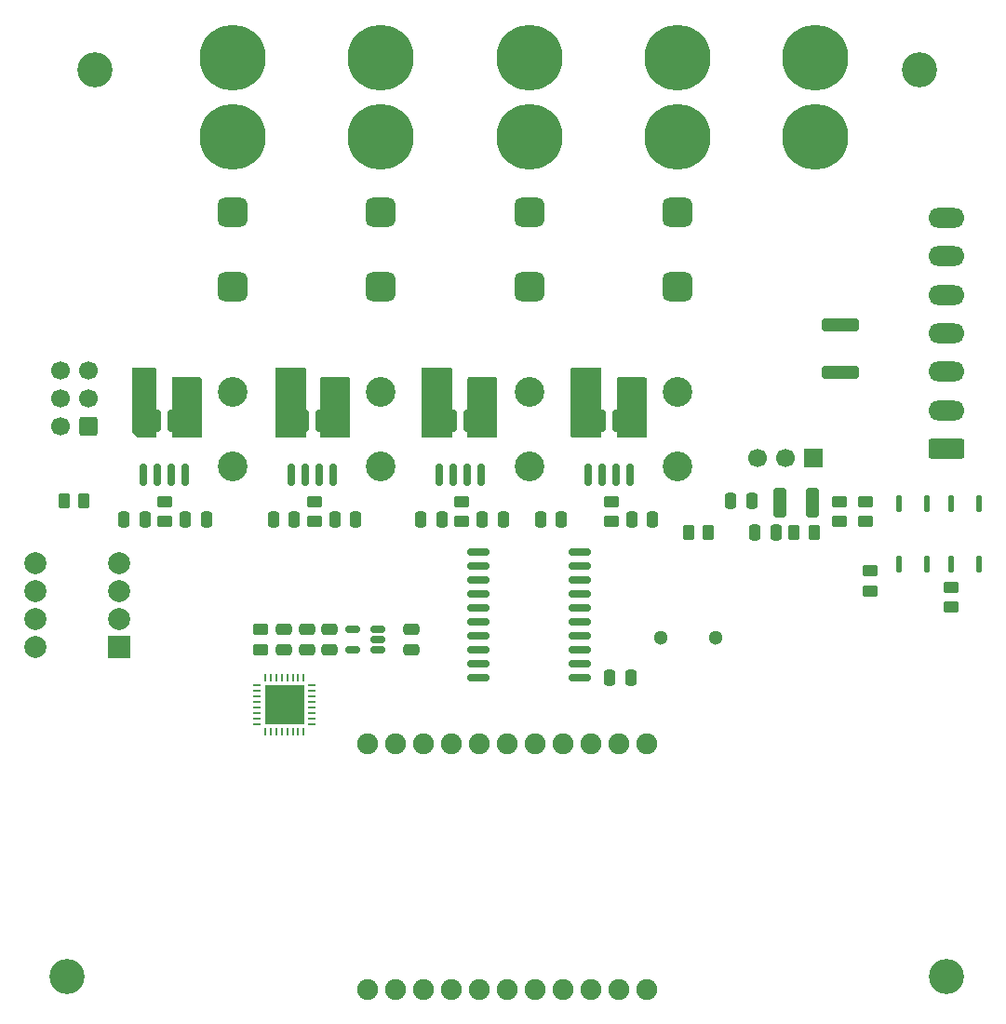
<source format=gts>
%TF.GenerationSoftware,KiCad,Pcbnew,8.0.1*%
%TF.CreationDate,2024-04-25T22:53:37+02:00*%
%TF.ProjectId,xt60_parallelizer,78743630-5f70-4617-9261-6c6c656c697a,rev?*%
%TF.SameCoordinates,Original*%
%TF.FileFunction,Soldermask,Top*%
%TF.FilePolarity,Negative*%
%FSLAX46Y46*%
G04 Gerber Fmt 4.6, Leading zero omitted, Abs format (unit mm)*
G04 Created by KiCad (PCBNEW 8.0.1) date 2024-04-25 22:53:37*
%MOMM*%
%LPD*%
G01*
G04 APERTURE LIST*
G04 Aperture macros list*
%AMRoundRect*
0 Rectangle with rounded corners*
0 $1 Rounding radius*
0 $2 $3 $4 $5 $6 $7 $8 $9 X,Y pos of 4 corners*
0 Add a 4 corners polygon primitive as box body*
4,1,4,$2,$3,$4,$5,$6,$7,$8,$9,$2,$3,0*
0 Add four circle primitives for the rounded corners*
1,1,$1+$1,$2,$3*
1,1,$1+$1,$4,$5*
1,1,$1+$1,$6,$7*
1,1,$1+$1,$8,$9*
0 Add four rect primitives between the rounded corners*
20,1,$1+$1,$2,$3,$4,$5,0*
20,1,$1+$1,$4,$5,$6,$7,0*
20,1,$1+$1,$6,$7,$8,$9,0*
20,1,$1+$1,$8,$9,$2,$3,0*%
G04 Aperture macros list end*
%ADD10C,1.900000*%
%ADD11C,3.200000*%
%ADD12C,6.000000*%
%ADD13RoundRect,0.250000X0.600000X0.600000X-0.600000X0.600000X-0.600000X-0.600000X0.600000X-0.600000X0*%
%ADD14C,1.700000*%
%ADD15RoundRect,0.137500X0.137500X-0.587500X0.137500X0.587500X-0.137500X0.587500X-0.137500X-0.587500X0*%
%ADD16RoundRect,0.250000X0.475000X-0.250000X0.475000X0.250000X-0.475000X0.250000X-0.475000X-0.250000X0*%
%ADD17RoundRect,0.250000X0.250000X0.475000X-0.250000X0.475000X-0.250000X-0.475000X0.250000X-0.475000X0*%
%ADD18RoundRect,0.250000X1.450000X-0.312500X1.450000X0.312500X-1.450000X0.312500X-1.450000X-0.312500X0*%
%ADD19RoundRect,0.675000X-0.675000X0.675000X-0.675000X-0.675000X0.675000X-0.675000X0.675000X0.675000X0*%
%ADD20C,2.700000*%
%ADD21RoundRect,0.250000X0.325000X1.100000X-0.325000X1.100000X-0.325000X-1.100000X0.325000X-1.100000X0*%
%ADD22RoundRect,0.250000X-0.250000X-0.475000X0.250000X-0.475000X0.250000X0.475000X-0.250000X0.475000X0*%
%ADD23R,1.700000X1.700000*%
%ADD24RoundRect,0.150000X0.512500X0.150000X-0.512500X0.150000X-0.512500X-0.150000X0.512500X-0.150000X0*%
%ADD25RoundRect,0.250000X-0.262500X-0.450000X0.262500X-0.450000X0.262500X0.450000X-0.262500X0.450000X0*%
%ADD26RoundRect,0.250000X0.262500X0.450000X-0.262500X0.450000X-0.262500X-0.450000X0.262500X-0.450000X0*%
%ADD27RoundRect,0.150000X0.875000X0.150000X-0.875000X0.150000X-0.875000X-0.150000X0.875000X-0.150000X0*%
%ADD28RoundRect,0.150000X-0.150000X0.825000X-0.150000X-0.825000X0.150000X-0.825000X0.150000X0.825000X0*%
%ADD29RoundRect,0.250000X-0.450000X0.262500X-0.450000X-0.262500X0.450000X-0.262500X0.450000X0.262500X0*%
%ADD30RoundRect,0.250000X0.450000X-0.262500X0.450000X0.262500X-0.450000X0.262500X-0.450000X-0.262500X0*%
%ADD31RoundRect,0.062500X-0.062500X0.312500X-0.062500X-0.312500X0.062500X-0.312500X0.062500X0.312500X0*%
%ADD32RoundRect,0.062500X-0.312500X0.062500X-0.312500X-0.062500X0.312500X-0.062500X0.312500X0.062500X0*%
%ADD33R,3.650000X3.650000*%
%ADD34C,1.300000*%
%ADD35RoundRect,0.250000X1.400000X-0.650000X1.400000X0.650000X-1.400000X0.650000X-1.400000X-0.650000X0*%
%ADD36O,3.300000X1.800000*%
%ADD37R,2.000000X2.000000*%
%ADD38C,2.000000*%
G04 APERTURE END LIST*
D10*
%TO.C,U11*%
X132300000Y-141150000D03*
X134840000Y-141150000D03*
X137380000Y-141150000D03*
X139920000Y-141150000D03*
X142460000Y-141150000D03*
X145000000Y-141150000D03*
X147540000Y-141150000D03*
X150080000Y-141150000D03*
X152620000Y-141150000D03*
X155160000Y-141150000D03*
X157700000Y-141150000D03*
X157700000Y-118850000D03*
X155160000Y-118850000D03*
X152620000Y-118850000D03*
X150080000Y-118850000D03*
X147540000Y-118850000D03*
X145000000Y-118850000D03*
X142460000Y-118850000D03*
X139920000Y-118850000D03*
X137380000Y-118850000D03*
X134840000Y-118850000D03*
X132300000Y-118850000D03*
%TD*%
D11*
%TO.C,H3*%
X105000000Y-140000000D03*
%TD*%
D12*
%TO.C,BT1*%
X120000000Y-63600000D03*
X120000000Y-56400000D03*
%TD*%
D13*
%TO.C,J2*%
X106940000Y-89980000D03*
D14*
X104400000Y-89980000D03*
X106940000Y-87440000D03*
X104400000Y-87440000D03*
X106940000Y-84900000D03*
X104400000Y-84900000D03*
%TD*%
D15*
%TO.C,U6*%
X185430000Y-102500000D03*
X187970000Y-102500000D03*
X187970000Y-97000000D03*
X185430000Y-97000000D03*
%TD*%
D16*
%TO.C,C12*%
X128867500Y-110300000D03*
X128867500Y-108400000D03*
%TD*%
D17*
%TO.C,C10*%
X149950000Y-98400000D03*
X148050000Y-98400000D03*
%TD*%
D18*
%TO.C,F5*%
X175300000Y-85037500D03*
X175300000Y-80762500D03*
%TD*%
D19*
%TO.C,F4*%
X160500000Y-70500000D03*
X160500000Y-77260000D03*
D20*
X160500000Y-86850000D03*
X160500000Y-93610000D03*
%TD*%
D21*
%TO.C,C5*%
X172775000Y-96900000D03*
X169825000Y-96900000D03*
%TD*%
D12*
%TO.C,BT2*%
X133500000Y-63600000D03*
X133500000Y-56400000D03*
%TD*%
D22*
%TO.C,C4*%
X156350000Y-98400000D03*
X158250000Y-98400000D03*
%TD*%
D12*
%TO.C,BT3*%
X147000000Y-63600000D03*
X147000000Y-56400000D03*
%TD*%
%TO.C,BT4*%
X160500000Y-63600000D03*
X160500000Y-56400000D03*
%TD*%
D15*
%TO.C,U7*%
X180630000Y-102500000D03*
X183170000Y-102500000D03*
X183170000Y-97000000D03*
X180630000Y-97000000D03*
%TD*%
D19*
%TO.C,F3*%
X147000000Y-70500000D03*
X147000000Y-77260000D03*
D20*
X147000000Y-86850000D03*
X147000000Y-93610000D03*
%TD*%
D11*
%TO.C,H2*%
X182500000Y-57500000D03*
%TD*%
D23*
%TO.C,U5*%
X172840000Y-92850000D03*
D14*
X170300000Y-92850000D03*
X167760000Y-92850000D03*
%TD*%
D24*
%TO.C,U8*%
X133205000Y-110300000D03*
X133205000Y-109350000D03*
X133205000Y-108400000D03*
X130930000Y-108400000D03*
X130930000Y-110300000D03*
%TD*%
D17*
%TO.C,C9*%
X139050000Y-98400000D03*
X137150000Y-98400000D03*
%TD*%
D11*
%TO.C,H1*%
X107500000Y-57500000D03*
%TD*%
D12*
%TO.C,J3*%
X173000000Y-63600000D03*
X173000000Y-56400000D03*
%TD*%
D22*
%TO.C,C1*%
X115745000Y-98400000D03*
X117645000Y-98400000D03*
%TD*%
D16*
%TO.C,C11*%
X124667500Y-110300000D03*
X124667500Y-108400000D03*
%TD*%
D25*
%TO.C,R12*%
X104687500Y-96700000D03*
X106512500Y-96700000D03*
%TD*%
D26*
%TO.C,R11*%
X172912500Y-99600000D03*
X171087500Y-99600000D03*
%TD*%
D27*
%TO.C,U10*%
X151650000Y-112815000D03*
X151650000Y-111545000D03*
X151650000Y-110275000D03*
X151650000Y-109005000D03*
X151650000Y-107735000D03*
X151650000Y-106465000D03*
X151650000Y-105195000D03*
X151650000Y-103925000D03*
X151650000Y-102655000D03*
X151650000Y-101385000D03*
X142350000Y-101385000D03*
X142350000Y-102655000D03*
X142350000Y-103925000D03*
X142350000Y-105195000D03*
X142350000Y-106465000D03*
X142350000Y-107735000D03*
X142350000Y-109005000D03*
X142350000Y-110275000D03*
X142350000Y-111545000D03*
X142350000Y-112815000D03*
%TD*%
D28*
%TO.C,U4*%
X156205000Y-89425000D03*
X154935000Y-89425000D03*
X153665000Y-89425000D03*
X152395000Y-89425000D03*
X152395000Y-94375000D03*
X153665000Y-94375000D03*
X154935000Y-94375000D03*
X156205000Y-94375000D03*
%TD*%
D29*
%TO.C,R3*%
X175200000Y-96787500D03*
X175200000Y-98612500D03*
%TD*%
D30*
%TO.C,R6*%
X127500000Y-98612500D03*
X127500000Y-96787500D03*
%TD*%
D16*
%TO.C,C15*%
X136267500Y-110300000D03*
X136267500Y-108400000D03*
%TD*%
D17*
%TO.C,C7*%
X112045000Y-98400000D03*
X110145000Y-98400000D03*
%TD*%
D30*
%TO.C,R7*%
X140900000Y-98612500D03*
X140900000Y-96787500D03*
%TD*%
D28*
%TO.C,U2*%
X129205000Y-89425000D03*
X127935000Y-89425000D03*
X126665000Y-89425000D03*
X125395000Y-89425000D03*
X125395000Y-94375000D03*
X126665000Y-94375000D03*
X127935000Y-94375000D03*
X129205000Y-94375000D03*
%TD*%
D31*
%TO.C,U9*%
X126500000Y-112800000D03*
X126000000Y-112800000D03*
X125500000Y-112800000D03*
X125000000Y-112800000D03*
X124500000Y-112800000D03*
X124000000Y-112800000D03*
X123500000Y-112800000D03*
X123000000Y-112800000D03*
D32*
X122275000Y-113525000D03*
X122275000Y-114025000D03*
X122275000Y-114525000D03*
X122275000Y-115025000D03*
X122275000Y-115525000D03*
X122275000Y-116025000D03*
X122275000Y-116525000D03*
X122275000Y-117025000D03*
D31*
X123000000Y-117750000D03*
X123500000Y-117750000D03*
X124000000Y-117750000D03*
X124500000Y-117750000D03*
X125000000Y-117750000D03*
X125500000Y-117750000D03*
X126000000Y-117750000D03*
X126500000Y-117750000D03*
D32*
X127225000Y-117025000D03*
X127225000Y-116525000D03*
X127225000Y-116025000D03*
X127225000Y-115525000D03*
X127225000Y-115025000D03*
X127225000Y-114525000D03*
X127225000Y-114025000D03*
X127225000Y-113525000D03*
D33*
X124750000Y-115275000D03*
%TD*%
D30*
%TO.C,R1*%
X178000000Y-104912500D03*
X178000000Y-103087500D03*
%TD*%
D28*
%TO.C,U3*%
X142605000Y-89425000D03*
X141335000Y-89425000D03*
X140065000Y-89425000D03*
X138795000Y-89425000D03*
X138795000Y-94375000D03*
X140065000Y-94375000D03*
X141335000Y-94375000D03*
X142605000Y-94375000D03*
%TD*%
D29*
%TO.C,R4*%
X177600000Y-96787500D03*
X177600000Y-98612500D03*
%TD*%
D17*
%TO.C,C16*%
X169450000Y-99600000D03*
X167550000Y-99600000D03*
%TD*%
D16*
%TO.C,C13*%
X126767500Y-110300000D03*
X126767500Y-108400000D03*
%TD*%
D34*
%TO.C,BZ1*%
X159000000Y-109200000D03*
X164000000Y-109200000D03*
%TD*%
D22*
%TO.C,C3*%
X142750000Y-98400000D03*
X144650000Y-98400000D03*
%TD*%
D30*
%TO.C,R2*%
X185400000Y-106412500D03*
X185400000Y-104587500D03*
%TD*%
D26*
%TO.C,R10*%
X163312500Y-99600000D03*
X161487500Y-99600000D03*
%TD*%
D22*
%TO.C,C14*%
X154350000Y-112800000D03*
X156250000Y-112800000D03*
%TD*%
D19*
%TO.C,F2*%
X133500000Y-70500000D03*
X133500000Y-77260000D03*
D20*
X133500000Y-86850000D03*
X133500000Y-93610000D03*
%TD*%
D22*
%TO.C,C2*%
X129350000Y-98400000D03*
X131250000Y-98400000D03*
%TD*%
D19*
%TO.C,F1*%
X120000000Y-70500000D03*
X120000000Y-77260000D03*
D20*
X120000000Y-86850000D03*
X120000000Y-93610000D03*
%TD*%
D28*
%TO.C,U1*%
X115700000Y-89425000D03*
X114430000Y-89425000D03*
X113160000Y-89425000D03*
X111890000Y-89425000D03*
X111890000Y-94375000D03*
X113160000Y-94375000D03*
X114430000Y-94375000D03*
X115700000Y-94375000D03*
%TD*%
D17*
%TO.C,C8*%
X125650000Y-98400000D03*
X123750000Y-98400000D03*
%TD*%
D29*
%TO.C,R9*%
X122567500Y-108437500D03*
X122567500Y-110262500D03*
%TD*%
D30*
%TO.C,R8*%
X154500000Y-98612500D03*
X154500000Y-96787500D03*
%TD*%
%TO.C,R5*%
X113895000Y-98612500D03*
X113895000Y-96787500D03*
%TD*%
D35*
%TO.C,J1*%
X185000000Y-92000000D03*
D36*
X185000000Y-88500000D03*
X185000000Y-85000000D03*
X185000000Y-81500000D03*
X185000000Y-78000000D03*
X185000000Y-74500000D03*
X185000000Y-71000000D03*
%TD*%
D37*
%TO.C,SW1*%
X109667500Y-110000000D03*
D38*
X109667500Y-107460000D03*
X109667500Y-104920000D03*
X109667500Y-102380000D03*
X102047500Y-102380000D03*
X102047500Y-104920000D03*
X102047500Y-107460000D03*
X102047500Y-110000000D03*
%TD*%
D22*
%TO.C,C6*%
X165350000Y-96700000D03*
X167250000Y-96700000D03*
%TD*%
D11*
%TO.C,H4*%
X185000000Y-140000000D03*
%TD*%
G36*
X117143039Y-85519685D02*
G01*
X117188794Y-85572489D01*
X117200000Y-85624000D01*
X117200000Y-90876000D01*
X117180315Y-90943039D01*
X117127511Y-90988794D01*
X117076000Y-91000000D01*
X114624000Y-91000000D01*
X114556961Y-90980315D01*
X114511206Y-90927511D01*
X114500000Y-90876000D01*
X114500000Y-85624000D01*
X114519685Y-85556961D01*
X114572489Y-85511206D01*
X114624000Y-85500000D01*
X117076000Y-85500000D01*
X117143039Y-85519685D01*
G37*
G36*
X130643039Y-85519685D02*
G01*
X130688794Y-85572489D01*
X130700000Y-85624000D01*
X130700000Y-90876000D01*
X130680315Y-90943039D01*
X130627511Y-90988794D01*
X130576000Y-91000000D01*
X128124000Y-91000000D01*
X128056961Y-90980315D01*
X128011206Y-90927511D01*
X128000000Y-90876000D01*
X128000000Y-85624000D01*
X128019685Y-85556961D01*
X128072489Y-85511206D01*
X128124000Y-85500000D01*
X130576000Y-85500000D01*
X130643039Y-85519685D01*
G37*
G36*
X126643039Y-84619685D02*
G01*
X126688794Y-84672489D01*
X126700000Y-84724000D01*
X126700000Y-90876000D01*
X126680315Y-90943039D01*
X126627511Y-90988794D01*
X126576000Y-91000000D01*
X124024000Y-91000000D01*
X123956961Y-90980315D01*
X123911206Y-90927511D01*
X123900000Y-90876000D01*
X123900000Y-84724000D01*
X123919685Y-84656961D01*
X123972489Y-84611206D01*
X124024000Y-84600000D01*
X126576000Y-84600000D01*
X126643039Y-84619685D01*
G37*
G36*
X113043039Y-84619685D02*
G01*
X113088794Y-84672489D01*
X113100000Y-84724000D01*
X113100000Y-90876000D01*
X113080315Y-90943039D01*
X113027511Y-90988794D01*
X112976000Y-91000000D01*
X111451362Y-91000000D01*
X111384323Y-90980315D01*
X111363681Y-90963681D01*
X110936319Y-90536319D01*
X110902834Y-90474996D01*
X110900000Y-90448638D01*
X110900000Y-84724000D01*
X110919685Y-84656961D01*
X110972489Y-84611206D01*
X111024000Y-84600000D01*
X112976000Y-84600000D01*
X113043039Y-84619685D01*
G37*
G36*
X157643039Y-85519685D02*
G01*
X157688794Y-85572489D01*
X157700000Y-85624000D01*
X157700000Y-90876000D01*
X157680315Y-90943039D01*
X157627511Y-90988794D01*
X157576000Y-91000000D01*
X155124000Y-91000000D01*
X155056961Y-90980315D01*
X155011206Y-90927511D01*
X155000000Y-90876000D01*
X155000000Y-85624000D01*
X155019685Y-85556961D01*
X155072489Y-85511206D01*
X155124000Y-85500000D01*
X157576000Y-85500000D01*
X157643039Y-85519685D01*
G37*
G36*
X144043039Y-85519685D02*
G01*
X144088794Y-85572489D01*
X144100000Y-85624000D01*
X144100000Y-90876000D01*
X144080315Y-90943039D01*
X144027511Y-90988794D01*
X143976000Y-91000000D01*
X141524000Y-91000000D01*
X141456961Y-90980315D01*
X141411206Y-90927511D01*
X141400000Y-90876000D01*
X141400000Y-85624000D01*
X141419685Y-85556961D01*
X141472489Y-85511206D01*
X141524000Y-85500000D01*
X143976000Y-85500000D01*
X144043039Y-85519685D01*
G37*
G36*
X139943039Y-84619685D02*
G01*
X139988794Y-84672489D01*
X140000000Y-84724000D01*
X140000000Y-90876000D01*
X139980315Y-90943039D01*
X139927511Y-90988794D01*
X139876000Y-91000000D01*
X137324000Y-91000000D01*
X137256961Y-90980315D01*
X137211206Y-90927511D01*
X137200000Y-90876000D01*
X137200000Y-84724000D01*
X137219685Y-84656961D01*
X137272489Y-84611206D01*
X137324000Y-84600000D01*
X139876000Y-84600000D01*
X139943039Y-84619685D01*
G37*
G36*
X153543039Y-84619685D02*
G01*
X153588794Y-84672489D01*
X153600000Y-84724000D01*
X153600000Y-90876000D01*
X153580315Y-90943039D01*
X153527511Y-90988794D01*
X153476000Y-91000000D01*
X150924000Y-91000000D01*
X150856961Y-90980315D01*
X150811206Y-90927511D01*
X150800000Y-90876000D01*
X150800000Y-84724000D01*
X150819685Y-84656961D01*
X150872489Y-84611206D01*
X150924000Y-84600000D01*
X153476000Y-84600000D01*
X153543039Y-84619685D01*
G37*
M02*

</source>
